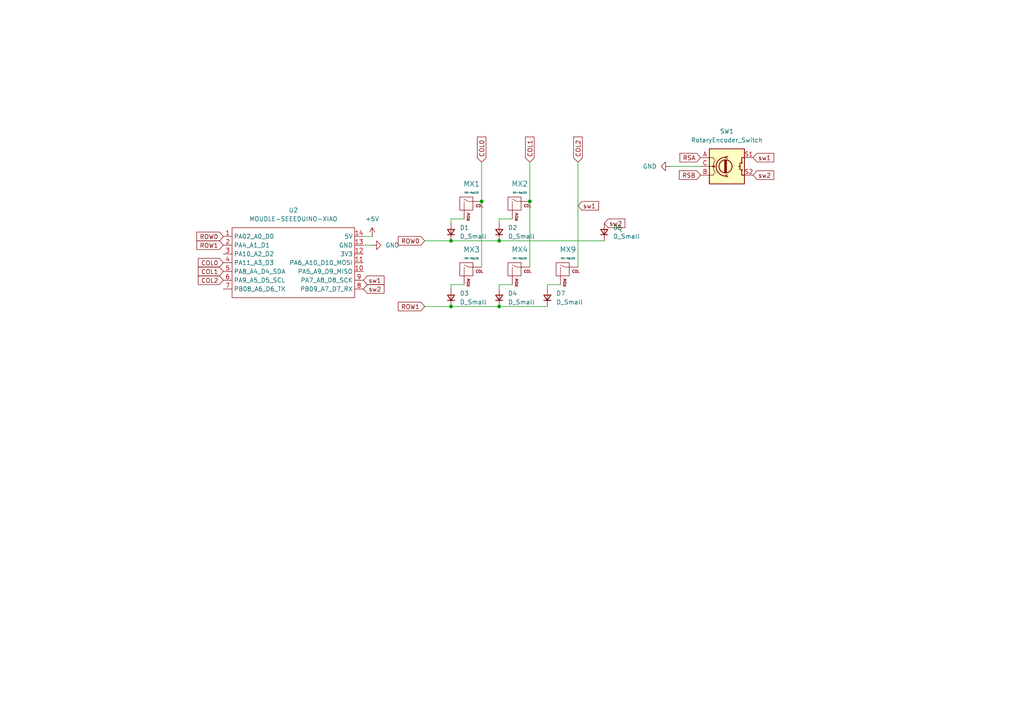
<source format=kicad_sch>
(kicad_sch (version 20231120) (generator "eeschema") (generator_version "8.0")
  (paper "A4")
  (lib_symbols
    (symbol "Device:D_Small" (pin_numbers hide) (pin_names (offset 0.254) hide)
      (property "Reference" "D" (at -1.27 2.032 0))
      (property "Value" "D_Small" (at -3.81 -2.032 0))
      (symbol "D_Small_0_1"
        (polyline (pts (xy -0.762 -1.016) (xy -0.762 1.016)) (stroke (width 0.254)))
        (polyline (pts (xy -0.762 0) (xy 0.762 0)))
        (polyline (pts (xy 0.762 -1.016) (xy -0.762 0) (xy 0.762 1.016) (xy 0.762 -1.016)) (stroke (width 0.254)))
      )
      (symbol "D_Small_1_1"
        (pin passive line (at -2.54 0 0) (length 1.778) (name "K") (number "1"))
        (pin passive line (at 2.54 0 180) (length 1.778) (name "A") (number "2"))
      )
    )
    (symbol "Device:RotaryEncoder_Switch" (pin_names (offset 0.254) hide)
      (property "Reference" "SW" (at 0 6.604 0))
      (property "Value" "RotaryEncoder_Switch" (at 0 -6.604 0))
      (symbol "RotaryEncoder_Switch_0_1"
        (rectangle (start -5.08 5.08) (end 5.08 -5.08) (stroke (width 0.254)) (fill (type background)))
        (circle (center -3.81 0) (radius 0.254) (fill (type outline)))
        (circle (center -0.381 0) (radius 1.905) (stroke (width 0.254)))
        (arc (start -0.381 2.667) (mid -3.0988 -0.0635) (end -0.381 -2.794) (stroke (width 0.254)))
        (polyline (pts (xy -0.635 -1.778) (xy -0.635 1.778)) (stroke (width 0.254)))
        (polyline (pts (xy -0.381 -1.778) (xy -0.381 1.778)) (stroke (width 0.254)))
        (polyline (pts (xy -0.127 1.778) (xy -0.127 -1.778)) (stroke (width 0.254)))
        (polyline (pts (xy 3.81 0) (xy 3.429 0)) (stroke (width 0.254)))
        (polyline (pts (xy 3.81 1.016) (xy 3.81 -1.016)) (stroke (width 0.254)))
        (polyline (pts (xy -5.08 -2.54) (xy -3.81 -2.54) (xy -3.81 -2.032)))
        (polyline (pts (xy -5.08 2.54) (xy -3.81 2.54) (xy -3.81 2.032)))
        (polyline (pts (xy 0.254 -3.048) (xy -0.508 -2.794) (xy 0.127 -2.413)) (stroke (width 0.254)))
        (polyline (pts (xy 0.254 2.921) (xy -0.508 2.667) (xy 0.127 2.286)) (stroke (width 0.254)))
        (polyline (pts (xy 5.08 -2.54) (xy 4.318 -2.54) (xy 4.318 -1.016)) (stroke (width 0.254)))
        (polyline (pts (xy 5.08 2.54) (xy 4.318 2.54) (xy 4.318 1.016)) (stroke (width 0.254)))
        (polyline (pts (xy -5.08 0) (xy -3.81 0) (xy -3.81 -1.016) (xy -3.302 -2.032)))
        (polyline (pts (xy -4.318 0) (xy -3.81 0) (xy -3.81 1.016) (xy -3.302 2.032)))
        (circle (center 4.318 -1.016) (radius 0.127) (stroke (width 0.254)))
        (circle (center 4.318 1.016) (radius 0.127) (stroke (width 0.254)))
      )
      (symbol "RotaryEncoder_Switch_1_1"
        (pin passive line (at -7.62 2.54 0) (length 2.54) (name "A") (number "A"))
        (pin passive line (at -7.62 -2.54 0) (length 2.54) (name "B") (number "B"))
        (pin passive line (at -7.62 0 0) (length 2.54) (name "C") (number "C"))
        (pin passive line (at 7.62 2.54 180) (length 2.54) (name "S1") (number "S1"))
        (pin passive line (at 7.62 -2.54 180) (length 2.54) (name "S2") (number "S2"))
      )
    )
    (symbol "MOUDLE-SEEEDUINO-XIAO:MOUDLE-SEEEDUINO-XIAO"
      (property "Reference" "U" (at -16.51 11.43 0))
      (property "Value" "MOUDLE-SEEEDUINO-XIAO" (at -3.81 -11.43 0))
      (symbol "MOUDLE-SEEEDUINO-XIAO_0_1"
        (rectangle (start -16.51 10.16) (end 19.05 -10.16))
      )
      (symbol "MOUDLE-SEEEDUINO-XIAO_1_1"
        (pin passive line (at -19.05 7.62 0) (length 2.54) (name "PA02_A0_D0") (number "1"))
        (pin passive line (at 21.59 -2.54 180) (length 2.54) (name "PA5_A9_D9_MISO") (number "10"))
        (pin passive line (at 21.59 0 180) (length 2.54) (name "PA6_A10_D10_MOSI") (number "11"))
        (pin passive line (at 21.59 2.54 180) (length 2.54) (name "3V3") (number "12"))
        (pin passive line (at 21.59 5.08 180) (length 2.54) (name "GND") (number "13"))
        (pin passive line (at 21.59 7.62 180) (length 2.54) (name "5V") (number "14"))
        (pin passive line (at -19.05 5.08 0) (length 2.54) (name "PA4_A1_D1") (number "2"))
        (pin passive line (at -19.05 2.54 0) (length 2.54) (name "PA10_A2_D2") (number "3"))
        (pin passive line (at -19.05 0 0) (length 2.54) (name "PA11_A3_D3") (number "4"))
        (pin passive line (at -19.05 -2.54 0) (length 2.54) (name "PA8_A4_D4_SDA") (number "5"))
        (pin passive line (at -19.05 -5.08 0) (length 2.54) (name "PA9_A5_D5_SCL") (number "6"))
        (pin passive line (at -19.05 -7.62 0) (length 2.54) (name "PB08_A6_D6_TX") (number "7"))
        (pin passive line (at 21.59 -7.62 180) (length 2.54) (name "PB09_A7_D7_RX") (number "8"))
        (pin passive line (at 21.59 -5.08 180) (length 2.54) (name "PA7_A8_D8_SCK") (number "9"))
      )
    )
    (symbol "MX_Alps_Hybrid:MX-NoLED" (pin_names (offset 1.016))
      (property "Reference" "MX" (at -0.635 3.81 0))
      (property "Value" "MX-NoLED" (at -0.635 1.27 0))
      (symbol "MX-NoLED_0_0"
        (rectangle (start -2.54 2.54) (end 1.27 -1.27))
        (polyline (pts (xy -1.27 -1.27) (xy -1.27 1.27)) (stroke (width 0.127)))
        (polyline (pts (xy 1.27 1.27) (xy 0 1.27) (xy -1.27 1.905)) (stroke (width 0.127)))
        (text "COL" (at 3.175 0 0) (effects (font (size 0.762 0.762))))
        (text "ROW" (at 0 -1.905 900) (effects (font (size 0.762 0.762)) (justify right)))
      )
      (symbol "MX-NoLED_1_1"
        (pin passive line (at 3.81 1.27 180) (length 2.54) (name "COL") (number "1"))
        (pin passive line (at -1.27 -3.81 90) (length 2.54) (name "ROW") (number "2"))
      )
    )
    (symbol "power:+5V" (power) (pin_numbers hide) (pin_names (offset 0) hide)
      (property "Value" "+5V" (at 0 3.556 0))
      (symbol "+5V_0_1"
        (polyline (pts (xy -0.762 1.27) (xy 0 2.54)))
        (polyline (pts (xy 0 0) (xy 0 2.54)))
        (polyline (pts (xy 0 2.54) (xy 0.762 1.27)))
      )
      (symbol "+5V_1_1"
        (pin power_in line (at 0 0 90) (length 0) (name "~") (number "1"))
      )
    )
    (symbol "power:GND" (power) (pin_numbers hide) (pin_names (offset 0) hide)
      (property "Value" "GND" (at 0 -3.81 0))
      (symbol "GND_0_1"
        (polyline (pts (xy 0 0) (xy 0 -1.27) (xy 1.27 -1.27) (xy 0 -2.54) (xy -1.27 -1.27) (xy 0 -1.27)))
      )
      (symbol "GND_1_1"
        (pin power_in line (at 0 0 270) (length 0) (name "~") (number "1"))
      )
    )
  )
  (junction (at 130.81 88.9))
  (junction (at 144.78 69.85))
  (junction (at 130.81 69.85))
  (junction (at 153.67 58.42))
  (junction (at 144.78 88.9))
  (junction (at 139.7 58.42))
  (bus_entry (at 177.8 64.77) (size 2.54 2.54))
  (wire (pts (xy 123.19 88.9) (xy 130.81 88.9)))
  (wire (pts (xy 130.81 88.9) (xy 144.78 88.9)))
  (wire (pts (xy 144.78 83.82) (xy 144.78 82.55)))
  (wire (pts (xy 144.78 88.9) (xy 158.75 88.9)))
  (wire (pts (xy 130.81 64.77) (xy 130.81 63.5)))
  (wire (pts (xy 144.78 63.5) (xy 148.59 63.5)))
  (wire (pts (xy 144.78 69.85) (xy 175.26 69.85)))
  (wire (pts (xy 130.81 69.85) (xy 144.78 69.85)))
  (wire (pts (xy 130.81 63.5) (xy 134.62 63.5)))
  (wire (pts (xy 105.41 71.12) (xy 107.95 71.12)))
  (wire (pts (xy 153.67 58.42) (xy 153.67 77.47)))
  (wire (pts (xy 139.7 46.99) (xy 139.7 58.42)))
  (wire (pts (xy 167.64 46.99) (xy 167.64 77.47)))
  (wire (pts (xy 194.31 48.26) (xy 203.2 48.26)))
  (wire (pts (xy 139.7 58.42) (xy 139.7 77.47)))
  (wire (pts (xy 158.75 82.55) (xy 162.56 82.55)))
  (wire (pts (xy 144.78 82.55) (xy 148.59 82.55)))
  (wire (pts (xy 153.67 46.99) (xy 153.67 58.42)))
  (wire (pts (xy 123.19 69.85) (xy 130.81 69.85)))
  (wire (pts (xy 158.75 82.55) (xy 158.75 83.82)))
  (wire (pts (xy 130.81 83.82) (xy 130.81 82.55)))
  (wire (pts (xy 130.81 82.55) (xy 134.62 82.55)))
  (wire (pts (xy 105.41 68.58) (xy 107.95 68.58)))
  (wire (pts (xy 144.78 64.77) (xy 144.78 63.5)))
  (global_label "ROW0" (shape input) (at 64.77 68.58 180) (property "Intersheetrefs" "${INTERSHEET_REFS}" (effects (hide yes))))
  (global_label "sw2" (shape input) (at 175.26 64.77 0) (property "Intersheetrefs" "${INTERSHEET_REFS}" (effects (hide yes))))
  (global_label "COL1" (shape input) (at 64.77 78.74 180) (property "Intersheetrefs" "${INTERSHEET_REFS}" (effects (hide yes))))
  (global_label "ROW1" (shape input) (at 123.19 88.9 180) (property "Intersheetrefs" "${INTERSHEET_REFS}" (effects (hide yes))))
  (global_label "sw1" (shape input) (at 167.64 59.69 0) (property "Intersheetrefs" "${INTERSHEET_REFS}" (effects (hide yes))))
  (global_label "COL1" (shape input) (at 153.67 46.99 90) (property "Intersheetrefs" "${INTERSHEET_REFS}" (effects (hide yes))))
  (global_label "COL0" (shape input) (at 139.7 46.99 90) (property "Intersheetrefs" "${INTERSHEET_REFS}" (effects (hide yes))))
  (global_label "ROW0" (shape input) (at 123.19 69.85 180) (property "Intersheetrefs" "${INTERSHEET_REFS}" (effects (hide yes))))
  (global_label "sw1" (shape input) (at 105.41 81.28 0) (property "Intersheetrefs" "${INTERSHEET_REFS}" (effects (hide yes))))
  (global_label "COL2" (shape input) (at 64.77 81.28 180) (property "Intersheetrefs" "${INTERSHEET_REFS}" (effects (hide yes))))
  (global_label "RSA" (shape input) (at 203.2 45.72 180) (property "Intersheetrefs" "${INTERSHEET_REFS}" (effects (hide yes))))
  (global_label "sw1" (shape input) (at 218.44 45.72 0) (property "Intersheetrefs" "${INTERSHEET_REFS}" (effects (hide yes))))
  (global_label "RSB" (shape input) (at 203.2 50.8 180) (property "Intersheetrefs" "${INTERSHEET_REFS}" (effects (hide yes))))
  (global_label "ROW1" (shape input) (at 64.77 71.12 180) (property "Intersheetrefs" "${INTERSHEET_REFS}" (effects (hide yes))))
  (global_label "sw2" (shape input) (at 218.44 50.8 0) (property "Intersheetrefs" "${INTERSHEET_REFS}" (effects (hide yes))))
  (global_label "sw2" (shape input) (at 105.41 83.82 0) (property "Intersheetrefs" "${INTERSHEET_REFS}" (effects (hide yes))))
  (global_label "COL2" (shape input) (at 167.64 46.99 90) (property "Intersheetrefs" "${INTERSHEET_REFS}" (effects (hide yes))))
  (global_label "COL0" (shape input) (at 64.77 76.2 180) (property "Intersheetrefs" "${INTERSHEET_REFS}" (effects (hide yes))))
  (symbol (lib_id "MX_Alps_Hybrid:MX-NoLED") (at 135.89 78.74 0) (unit 1)
    (property "Reference" "MX3" (at 136.7852 72.39 0) (effects (font (size 1.524 1.524))))
    (property "Value" "MX-NoLED" (at 136.7852 74.93 0) (effects (font (size 0.508 0.508))))
    (property "Footprint" "MX_Alps_Hybrid:MX-1.5U-NoLED" (effects (hide yes)))
  )
  (symbol (lib_id "MX_Alps_Hybrid:MX-NoLED") (at 135.89 59.69 0) (unit 1)
    (property "Reference" "MX1" (at 136.7852 53.34 0) (effects (font (size 1.524 1.524))))
    (property "Value" "MX-NoLED" (at 136.7852 55.88 0) (effects (font (size 0.508 0.508))))
    (property "Footprint" "MX_Alps_Hybrid:MX-1.5U-NoLED" (effects (hide yes)))
  )
  (symbol (lib_id "Device:D_Small") (at 175.26 67.31 90) (unit 1)
    (property "Reference" "D5" (at 177.8 66.0399 90) (effects (justify right)))
    (property "Value" "D_Small" (at 177.8 68.5799 90) (effects (justify right)))
    (property "Footprint" "Diode_SMD:D_0201_0603Metric" (effects (hide yes)))
    (property "Description" "Diode, small symbol" (effects (hide yes)))
    (property "Sim.Device" "D" (effects (hide yes)))
    (property "Sim.Pins" "1=K 2=A" (effects (hide yes)))
  )
  (symbol (lib_id "Device:D_Small") (at 144.78 67.31 90) (unit 1)
    (property "Reference" "D2" (at 147.32 66.0399 90) (effects (justify right)))
    (property "Value" "D_Small" (at 147.32 68.5799 90) (effects (justify right)))
    (property "Footprint" "Diode_SMD:D_0201_0603Metric" (effects (hide yes)))
    (property "Description" "Diode, small symbol" (effects (hide yes)))
    (property "Sim.Device" "D" (effects (hide yes)))
    (property "Sim.Pins" "1=K 2=A" (effects (hide yes)))
  )
  (symbol (lib_id "MX_Alps_Hybrid:MX-NoLED") (at 149.86 78.74 0) (unit 1)
    (property "Reference" "MX4" (at 150.7552 72.39 0) (effects (font (size 1.524 1.524))))
    (property "Value" "MX-NoLED" (at 150.7552 74.93 0) (effects (font (size 0.508 0.508))))
    (property "Footprint" "MX_Alps_Hybrid:MX-1.5U-NoLED" (effects (hide yes)))
  )
  (symbol (lib_id "power:GND") (at 107.95 71.12 90) (unit 1)
    (property "Reference" "#PWR02" (effects (hide yes)))
    (property "Value" "GND" (at 111.76 71.1199 90) (effects (justify right)))
    (property "Description" "Power symbol creates a global label with name \"GND\" , ground" (effects (hide yes)))
  )
  (symbol (lib_id "MOUDLE-SEEEDUINO-XIAO:MOUDLE-SEEEDUINO-XIAO") (at 83.82 76.2 0) (unit 1)
    (property "Reference" "U2" (at 85.09 60.96 0))
    (property "Value" "MOUDLE-SEEEDUINO-XIAO" (at 85.09 63.5 0))
    (property "Footprint" "Seeed Studio XIAO Series Library:XIAO-RP2040-SMD" (effects (hide yes)))
  )
  (symbol (lib_id "Device:D_Small") (at 130.81 86.36 90) (unit 1)
    (property "Reference" "D3" (at 133.35 85.0899 90) (effects (justify right)))
    (property "Value" "D_Small" (at 133.35 87.6299 90) (effects (justify right)))
    (property "Footprint" "Diode_SMD:D_0201_0603Metric" (effects (hide yes)))
    (property "Description" "Diode, small symbol" (effects (hide yes)))
    (property "Sim.Device" "D" (effects (hide yes)))
    (property "Sim.Pins" "1=K 2=A" (effects (hide yes)))
  )
  (symbol (lib_id "MX_Alps_Hybrid:MX-NoLED") (at 149.86 59.69 0) (unit 1)
    (property "Reference" "MX2" (at 150.7552 53.34 0) (effects (font (size 1.524 1.524))))
    (property "Value" "MX-NoLED" (at 150.7552 55.88 0) (effects (font (size 0.508 0.508))))
    (property "Footprint" "MX_Alps_Hybrid:MX-1.5U-NoLED" (effects (hide yes)))
  )
  (symbol (lib_id "MX_Alps_Hybrid:MX-NoLED") (at 163.83 78.74 0) (unit 1)
    (property "Reference" "MX9" (at 164.7252 72.39 0) (effects (font (size 1.524 1.524))))
    (property "Value" "MX-NoLED" (at 164.7252 74.93 0) (effects (font (size 0.508 0.508))))
    (property "Footprint" "MX_Alps_Hybrid:MX-1.5U-NoLED" (effects (hide yes)))
  )
  (symbol (lib_id "Device:D_Small") (at 130.81 67.31 90) (unit 1)
    (property "Reference" "D1" (at 133.35 66.0399 90) (effects (justify right)))
    (property "Value" "D_Small" (at 133.35 68.5799 90) (effects (justify right)))
    (property "Footprint" "Diode_SMD:D_0201_0603Metric" (effects (hide yes)))
    (property "Description" "Diode, small symbol" (effects (hide yes)))
    (property "Sim.Device" "D" (effects (hide yes)))
    (property "Sim.Pins" "1=K 2=A" (effects (hide yes)))
  )
  (symbol (lib_id "Device:RotaryEncoder_Switch") (at 210.82 48.26 0) (unit 1)
    (property "Reference" "SW1" (at 210.82 38.1 0))
    (property "Value" "RotaryEncoder_Switch" (at 210.82 40.64 0))
    (property "Footprint" "Rotary_Encoder:RotaryEncoder_Alps_EC11E-Switch_Vertical_H20mm" (effects (hide yes)))
    (property "Description" "Rotary encoder, dual channel, incremental quadrate outputs, with switch" (effects (hide yes)))
  )
  (symbol (lib_id "Device:D_Small") (at 158.75 86.36 90) (unit 1)
    (property "Reference" "D7" (at 161.29 85.0899 90) (effects (justify right)))
    (property "Value" "D_Small" (at 161.29 87.6299 90) (effects (justify right)))
    (property "Footprint" "Diode_SMD:D_0201_0603Metric" (effects (hide yes)))
    (property "Description" "Diode, small symbol" (effects (hide yes)))
    (property "Sim.Device" "D" (effects (hide yes)))
    (property "Sim.Pins" "1=K 2=A" (effects (hide yes)))
  )
  (symbol (lib_id "Device:D_Small") (at 144.78 86.36 90) (unit 1)
    (property "Reference" "D4" (at 147.32 85.0899 90) (effects (justify right)))
    (property "Value" "D_Small" (at 147.32 87.6299 90) (effects (justify right)))
    (property "Footprint" "Diode_SMD:D_0201_0603Metric" (effects (hide yes)))
    (property "Description" "Diode, small symbol" (effects (hide yes)))
    (property "Sim.Device" "D" (effects (hide yes)))
    (property "Sim.Pins" "1=K 2=A" (effects (hide yes)))
  )
  (symbol (lib_id "power:GND") (at 194.31 48.26 270) (unit 1)
    (property "Reference" "#PWR03" (effects (hide yes)))
    (property "Value" "GND" (at 190.5 48.2599 90) (effects (justify right)))
    (property "Description" "Power symbol creates a global label with name \"GND\" , ground" (effects (hide yes)))
  )
  (symbol (lib_id "power:+5V") (at 107.95 68.58 0) (unit 1)
    (property "Reference" "#PWR01" (effects (hide yes)))
    (property "Value" "+5V" (at 107.95 63.5 0))
    (property "Description" "Power symbol creates a global label with name \"+5V\"" (effects (hide yes)))
  )
)
</source>
